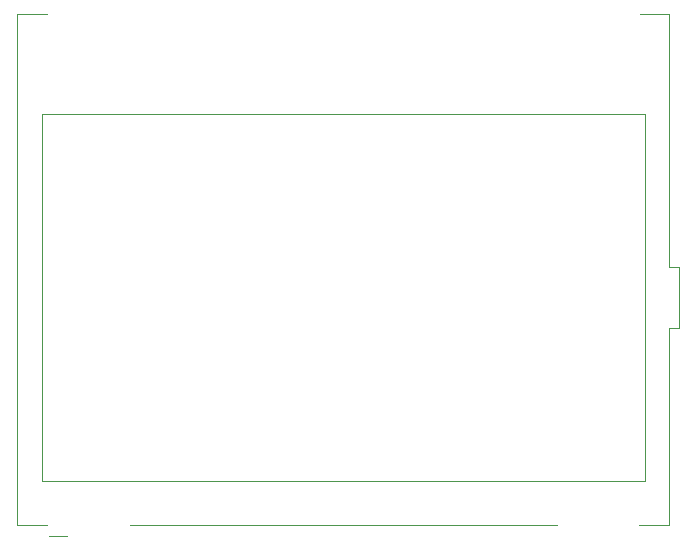
<source format=gbr>
G04 #@! TF.GenerationSoftware,KiCad,Pcbnew,(5.1.9-0-10_14)*
G04 #@! TF.CreationDate,2022-07-17T12:53:42+02:00*
G04 #@! TF.ProjectId,sandsim,73616e64-7369-46d2-9e6b-696361645f70,rev?*
G04 #@! TF.SameCoordinates,Original*
G04 #@! TF.FileFunction,Legend,Top*
G04 #@! TF.FilePolarity,Positive*
%FSLAX46Y46*%
G04 Gerber Fmt 4.6, Leading zero omitted, Abs format (unit mm)*
G04 Created by KiCad (PCBNEW (5.1.9-0-10_14)) date 2022-07-17 12:53:42*
%MOMM*%
%LPD*%
G01*
G04 APERTURE LIST*
%ADD10C,0.120000*%
G04 APERTURE END LIST*
D10*
G04 #@! TO.C,U2*
X107620000Y-80184000D02*
X107620000Y-96794000D01*
X108420000Y-80184000D02*
X107620000Y-80184000D01*
X108420000Y-74964000D02*
X108420000Y-80184000D01*
X107620000Y-74964000D02*
X108420000Y-74964000D01*
X107620000Y-53574000D02*
X107620000Y-74964000D01*
X107620000Y-96794000D02*
X105070000Y-96794000D01*
X55110000Y-97784000D02*
X56610000Y-97784000D01*
X54910000Y-96794000D02*
X52400000Y-96794000D01*
X61930000Y-96794000D02*
X98090000Y-96794000D01*
X105110000Y-53574000D02*
X107620000Y-53574000D01*
X52400000Y-53574000D02*
X54900000Y-53574000D01*
X52400000Y-96794000D02*
X52400000Y-53574000D01*
X54510000Y-62074000D02*
X54510000Y-93074000D01*
X54510000Y-93074000D02*
X105510000Y-93074000D01*
X105510000Y-93074000D02*
X105510000Y-62074000D01*
X105510000Y-62074000D02*
X54510000Y-62074000D01*
G04 #@! TD*
M02*

</source>
